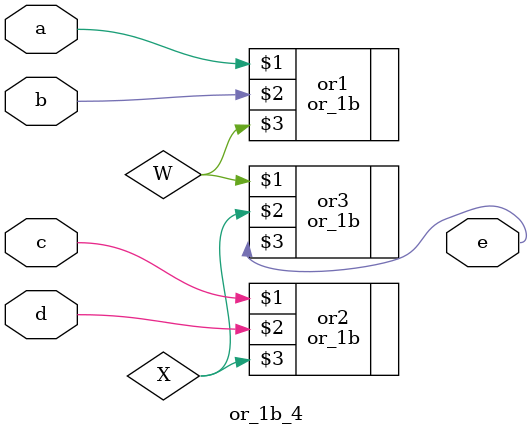
<source format=v>
`timescale 1ns / 1ps
module or_1b_4(
input a, b, c, d,
output e
    );
	 wire W, X;
	 or_1b or1(a, b, W);
	 or_1b or2(c, d, X);
	 or_1b or3(W, X, e);


endmodule

</source>
